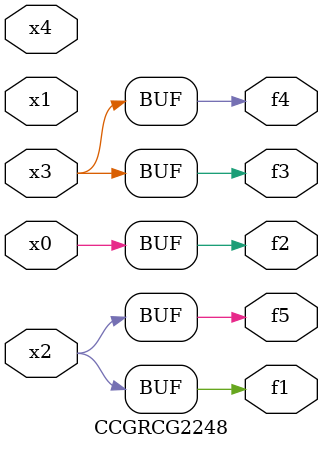
<source format=v>
module CCGRCG2248(
	input x0, x1, x2, x3, x4,
	output f1, f2, f3, f4, f5
);
	assign f1 = x2;
	assign f2 = x0;
	assign f3 = x3;
	assign f4 = x3;
	assign f5 = x2;
endmodule

</source>
